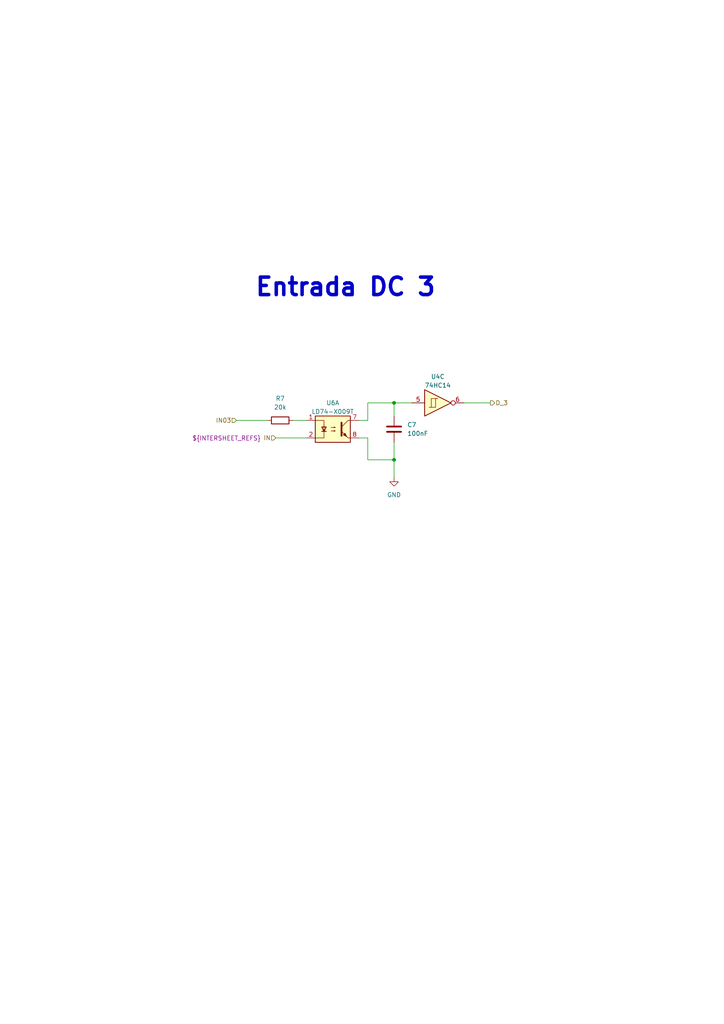
<source format=kicad_sch>
(kicad_sch (version 20221004) (generator eeschema)
  (paper "A4" portrait)
  (title_block (date "2022-10-09") (rev "José Luis Laica"))
  (lib_symbols
    (symbol "74xx:74HC14" (pin_names (offset 1.016))
      (property "Reference" "U" (at 0 1.27 0))
      (property "Value" "74HC14" (at 0 -1.27 0))
      (symbol "74HC14_1_0"
        (polyline (pts (xy -3.81 3.81) (xy -3.81 -3.81) (xy 3.81 0) (xy -3.81 3.81)) (stroke (width 0.254)) (fill (type background)))
        (pin input line (at -7.62 0 0) (length 3.81) (name "~") (number "1"))
        (pin output inverted (at 7.62 0 180) (length 3.81) (name "~") (number "2"))
      )
      (symbol "74HC14_1_1"
        (polyline (pts (xy -1.905 -1.27) (xy -1.905 1.27) (xy -0.635 1.27)))
        (polyline (pts (xy -2.54 -1.27) (xy -0.635 -1.27) (xy -0.635 1.27) (xy 0 1.27)))
      )
      (symbol "74HC14_2_0"
        (polyline (pts (xy -3.81 3.81) (xy -3.81 -3.81) (xy 3.81 0) (xy -3.81 3.81)) (stroke (width 0.254)) (fill (type background)))
        (pin input line (at -7.62 0 0) (length 3.81) (name "~") (number "3"))
        (pin output inverted (at 7.62 0 180) (length 3.81) (name "~") (number "4"))
      )
      (symbol "74HC14_2_1"
        (polyline (pts (xy -1.905 -1.27) (xy -1.905 1.27) (xy -0.635 1.27)))
        (polyline (pts (xy -2.54 -1.27) (xy -0.635 -1.27) (xy -0.635 1.27) (xy 0 1.27)))
      )
      (symbol "74HC14_3_0"
        (polyline (pts (xy -3.81 3.81) (xy -3.81 -3.81) (xy 3.81 0) (xy -3.81 3.81)) (stroke (width 0.254)) (fill (type background)))
        (pin input line (at -7.62 0 0) (length 3.81) (name "~") (number "5"))
        (pin output inverted (at 7.62 0 180) (length 3.81) (name "~") (number "6"))
      )
      (symbol "74HC14_3_1"
        (polyline (pts (xy -1.905 -1.27) (xy -1.905 1.27) (xy -0.635 1.27)))
        (polyline (pts (xy -2.54 -1.27) (xy -0.635 -1.27) (xy -0.635 1.27) (xy 0 1.27)))
      )
      (symbol "74HC14_4_0"
        (polyline (pts (xy -3.81 3.81) (xy -3.81 -3.81) (xy 3.81 0) (xy -3.81 3.81)) (stroke (width 0.254)) (fill (type background)))
        (pin output inverted (at 7.62 0 180) (length 3.81) (name "~") (number "8"))
        (pin input line (at -7.62 0 0) (length 3.81) (name "~") (number "9"))
      )
      (symbol "74HC14_4_1"
        (polyline (pts (xy -1.905 -1.27) (xy -1.905 1.27) (xy -0.635 1.27)))
        (polyline (pts (xy -2.54 -1.27) (xy -0.635 -1.27) (xy -0.635 1.27) (xy 0 1.27)))
      )
      (symbol "74HC14_5_0"
        (polyline (pts (xy -3.81 3.81) (xy -3.81 -3.81) (xy 3.81 0) (xy -3.81 3.81)) (stroke (width 0.254)) (fill (type background)))
        (pin output inverted (at 7.62 0 180) (length 3.81) (name "~") (number "10"))
        (pin input line (at -7.62 0 0) (length 3.81) (name "~") (number "11"))
      )
      (symbol "74HC14_5_1"
        (polyline (pts (xy -1.905 -1.27) (xy -1.905 1.27) (xy -0.635 1.27)))
        (polyline (pts (xy -2.54 -1.27) (xy -0.635 -1.27) (xy -0.635 1.27) (xy 0 1.27)))
      )
      (symbol "74HC14_6_0"
        (polyline (pts (xy -3.81 3.81) (xy -3.81 -3.81) (xy 3.81 0) (xy -3.81 3.81)) (stroke (width 0.254)) (fill (type background)))
        (pin output inverted (at 7.62 0 180) (length 3.81) (name "~") (number "12"))
        (pin input line (at -7.62 0 0) (length 3.81) (name "~") (number "13"))
      )
      (symbol "74HC14_6_1"
        (polyline (pts (xy -1.905 -1.27) (xy -1.905 1.27) (xy -0.635 1.27)))
        (polyline (pts (xy -2.54 -1.27) (xy -0.635 -1.27) (xy -0.635 1.27) (xy 0 1.27)))
      )
      (symbol "74HC14_7_0"
        (pin power_in line (at 0 12.7 270) (length 5.08) (name "VCC") (number "14"))
        (pin power_in line (at 0 -12.7 90) (length 5.08) (name "GND") (number "7"))
      )
      (symbol "74HC14_7_1"
        (rectangle (start -5.08 7.62) (end 5.08 -7.62) (stroke (width 0.254)) (fill (type background)))
      )
    )
    (symbol "Device:C" (pin_numbers hide) (pin_names (offset 0.254))
      (property "Reference" "C" (at 0.635 2.54 0))
      (property "Value" "C" (at 0.635 -2.54 0))
      (symbol "C_0_1"
        (polyline (pts (xy -2.032 -0.762) (xy 2.032 -0.762)) (stroke (width 0.508)))
        (polyline (pts (xy -2.032 0.762) (xy 2.032 0.762)) (stroke (width 0.508)))
      )
      (symbol "C_1_1"
        (pin passive line (at 0 3.81 270) (length 2.794) (name "~") (number "1"))
        (pin passive line (at 0 -3.81 90) (length 2.794) (name "~") (number "2"))
      )
    )
    (symbol "Device:R" (pin_numbers hide) (pin_names (offset 0))
      (property "Reference" "R" (at 2.032 0 90))
      (property "Value" "R" (at 0 0 90))
      (symbol "R_0_1"
        (rectangle (start -1.016 -2.54) (end 1.016 2.54) (stroke (width 0.254)))
      )
      (symbol "R_1_1"
        (pin passive line (at 0 3.81 270) (length 1.27) (name "~") (number "1"))
        (pin passive line (at 0 -3.81 90) (length 1.27) (name "~") (number "2"))
      )
    )
    (symbol "Isolator:ILD74" (pin_names (offset 1.016))
      (property "Reference" "U" (at -5.08 5.08 0))
      (property "Value" "ILD74" (at 0 5.08 0))
      (symbol "ILD74_0_1"
        (rectangle (start -5.08 3.81) (end 5.08 -3.81) (stroke (width 0.254)) (fill (type background)))
        (polyline (pts (xy -3.175 -0.635) (xy -1.905 -0.635)) (stroke (width 0.254)))
        (polyline (pts (xy 2.54 0.635) (xy 4.445 2.54)))
        (polyline (pts (xy 4.445 -2.54) (xy 2.54 -0.635)) (fill (type outline)))
        (polyline (pts (xy 4.445 -2.54) (xy 5.08 -2.54)))
        (polyline (pts (xy 4.445 2.54) (xy 5.08 2.54)))
        (polyline (pts (xy -5.08 2.54) (xy -2.54 2.54) (xy -2.54 0.635)))
        (polyline (pts (xy 2.54 1.905) (xy 2.54 -1.905) (xy 2.54 -1.905)) (stroke (width 0.508)))
        (polyline (pts (xy -2.54 -0.635) (xy -3.175 0.635) (xy -1.905 0.635) (xy -2.54 -0.635)) (stroke (width 0.254)))
        (polyline (pts (xy -2.54 -0.635) (xy -2.54 1.27) (xy -2.54 -2.54) (xy -5.08 -2.54)))
        (polyline (pts (xy -0.508 -0.508) (xy 0.762 -0.508) (xy 0.381 -0.635) (xy 0.381 -0.381) (xy 0.762 -0.508)))
        (polyline (pts (xy -0.508 0.508) (xy 0.762 0.508) (xy 0.381 0.381) (xy 0.381 0.635) (xy 0.762 0.508)))
        (polyline (pts (xy 3.048 -1.651) (xy 3.556 -1.143) (xy 4.064 -2.159) (xy 3.048 -1.651) (xy 3.048 -1.651)) (fill (type outline)))
      )
      (symbol "ILD74_1_1"
        (pin passive line (at -7.62 2.54 0) (length 2.54) (name "~") (number "1"))
        (pin passive line (at -7.62 -2.54 0) (length 2.54) (name "~") (number "2"))
        (pin passive line (at 7.62 2.54 180) (length 2.54) (name "~") (number "7"))
        (pin passive line (at 7.62 -2.54 180) (length 2.54) (name "~") (number "8"))
      )
      (symbol "ILD74_2_1"
        (pin passive line (at -7.62 -2.54 0) (length 2.54) (name "~") (number "3"))
        (pin passive line (at -7.62 2.54 0) (length 2.54) (name "~") (number "4"))
        (pin passive line (at 7.62 -2.54 180) (length 2.54) (name "~") (number "5"))
        (pin passive line (at 7.62 2.54 180) (length 2.54) (name "~") (number "6"))
      )
    )
    (symbol "power:GND" (power) (pin_names (offset 0))
      (property "Value" "GND" (at 0 -3.81 0))
      (symbol "GND_0_1"
        (polyline (pts (xy 0 0) (xy 0 -1.27) (xy 1.27 -1.27) (xy 0 -2.54) (xy -1.27 -1.27) (xy 0 -1.27)))
      )
      (symbol "GND_1_1"
        (pin power_in line (at 0 0 270) (length 0) hide (name "GND") (number "1"))
      )
    )
  )
  (junction (at 114.3 116.84))
  (junction (at 114.3 133.35))
  (wire (pts (xy 106.68 121.92) (xy 106.68 116.84)))
  (wire (pts (xy 134.62 116.84) (xy 142.24 116.84)))
  (wire (pts (xy 114.3 133.35) (xy 114.3 128.27)))
  (wire (pts (xy 106.68 133.35) (xy 114.3 133.35)))
  (wire (pts (xy 104.14 121.92) (xy 106.68 121.92)))
  (wire (pts (xy 114.3 116.84) (xy 114.3 120.65)))
  (wire (pts (xy 114.3 138.43) (xy 114.3 133.35)))
  (wire (pts (xy 68.58 121.92) (xy 77.47 121.92)))
  (wire (pts (xy 106.68 116.84) (xy 114.3 116.84)))
  (wire (pts (xy 104.14 127) (xy 106.68 127)))
  (wire (pts (xy 114.3 116.84) (xy 119.38 116.84)))
  (wire (pts (xy 80.01 127) (xy 88.9 127)))
  (wire (pts (xy 85.09 121.92) (xy 88.9 121.92)))
  (wire (pts (xy 106.68 127) (xy 106.68 133.35)))
  (text "Entrada DC 3" (at 73.66 86.36 0) (effects (font (size 5.08 5.08) (thickness 1.016) bold) (justify left bottom)))
  (hierarchical_label "D_3" (shape output) (at 142.24 116.84 0))
  (hierarchical_label "IN03" (shape input) (at 68.58 121.92 180))
  (hierarchical_label "IN" (shape input) (at 80.01 127 180) (property "Intersheet References" "${INTERSHEET_REFS}" (at 75.6617 127.0794 0) (effects (justify right))))
  (symbol (lib_id "74xx:74HC14") (at 127 116.84 0) (unit 3)
    (property "Reference" "U4" (at 127 109.22 0))
    (property "Value" "74HC14" (at 127 111.76 0))
    (property "Footprint" "Package_SO:SOIC-14W_7.5x9mm_P1.27mm" (effects hide))
    (property "Datasheet" "http://www.ti.com/lit/gpn/sn74HC14" (effects hide))
  )
  (symbol (lib_id "Device:R") (at 81.28 121.92 90) (unit 1)
    (property "Reference" "R7" (at 81.28 115.57 90))
    (property "Value" "20k" (at 81.28 118.11 90))
    (property "Footprint" "Resistor_SMD:R_0603_1608Metric" (effects hide))
  )
  (symbol (lib_id "power:GND") (at 114.3 138.43 0) (unit 1)
    (property "Reference" "#PWR08" (effects hide))
    (property "Value" "GND" (at 114.3 143.51 0))
  )
  (symbol (lib_id "Isolator:ILD74") (at 96.52 124.46 0) (unit 1)
    (property "Reference" "U6" (at 96.52 116.84 0))
    (property "Value" "LD74-X009T" (at 96.52 119.38 0))
    (property "Footprint" "Package_DIP:DIP-8_W8.89mm_SMDSocket_LongPads" (effects hide))
    (property "Datasheet" "https://www.vishay.com/docs/83640/ild74.pdf" (effects hide))
  )
  (symbol (lib_id "Device:C") (at 114.3 124.46 0) (unit 1)
    (property "Reference" "C7" (at 118.11 123.1899 0) (effects (justify left)))
    (property "Value" "100nF" (at 118.11 125.7299 0) (effects (justify left)))
    (property "Footprint" "Capacitor_SMD:C_0402_1005Metric" (effects hide))
  )
)
</source>
